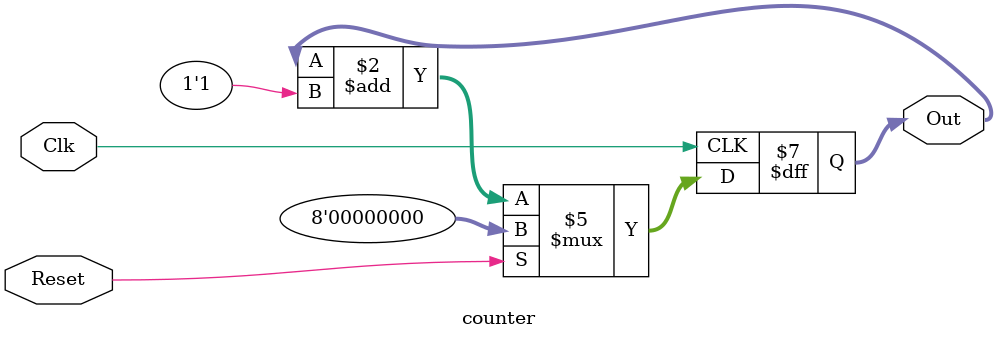
<source format=v>
`timescale 1ns/1ps

module counter #(
    parameter N = 8
) (
    input wire Clk,
    input wire Reset,
    output reg[N-1:0] Out
);

initial Out <= 0;

always @(posedge Clk) begin
    if (Reset) Out <= 0;
    else Out <= Out + 1'b1;
end

endmodule
</source>
